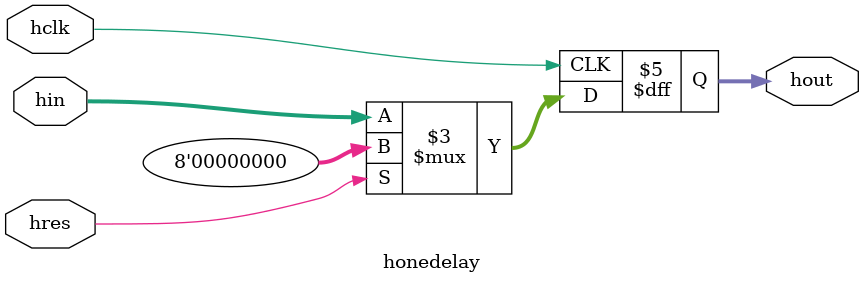
<source format=v>
`timescale 1ns / 1ps


module honedelay #(parameter DATA_WIDTH = 8'd8,hinitial=1'b0)  (     // To create **ONE CLK CYCLE delayed version of input  using cascaded effect of half edge delayby negedge and then posedge
input hclk,
input hres,
input [DATA_WIDTH-1:0] hin,
output reg [DATA_WIDTH-1:0] hout);
    always@(posedge hclk)
    begin
        if(hres)
        hout<={DATA_WIDTH{hinitial}};

        else
        hout<=hin;
    end

endmodule
</source>
